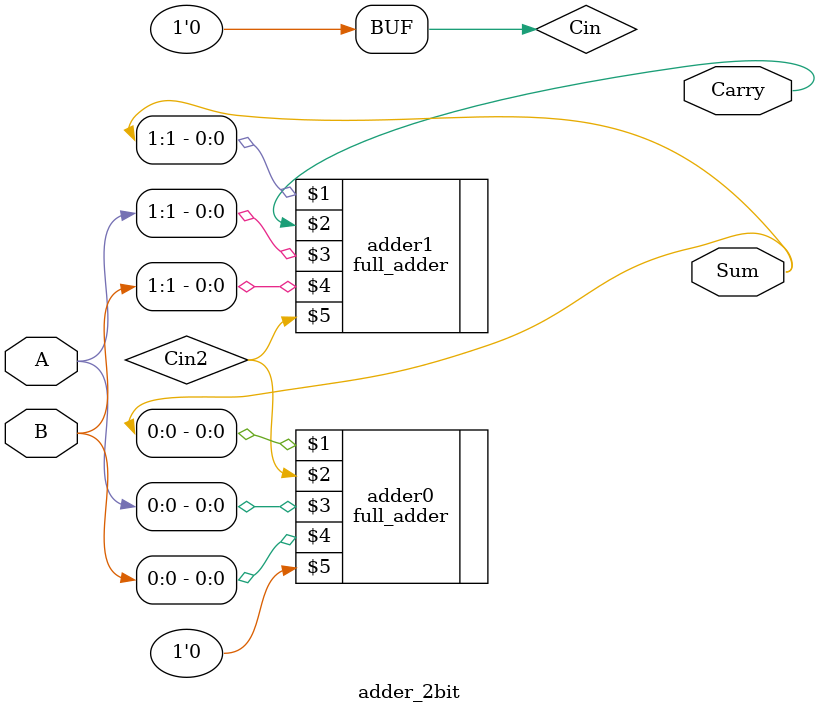
<source format=v>
`timescale 1ns / 1ps

module adder_2bit(
                  output wire [1:0] Sum,
                  output wire Carry,
                  input wire [1:0] A, B
                  //input wire Cin
                  );
    
    wire Cin;
    assign Cin = 1'b0;
    wire Cin2;
                  
    full_adder adder0(Sum[0], Cin2, A[0], B[0], Cin);
    full_adder adder1(Sum[1], Carry, A[1], B[1], Cin2);
    
endmodule
                  
                 
</source>
